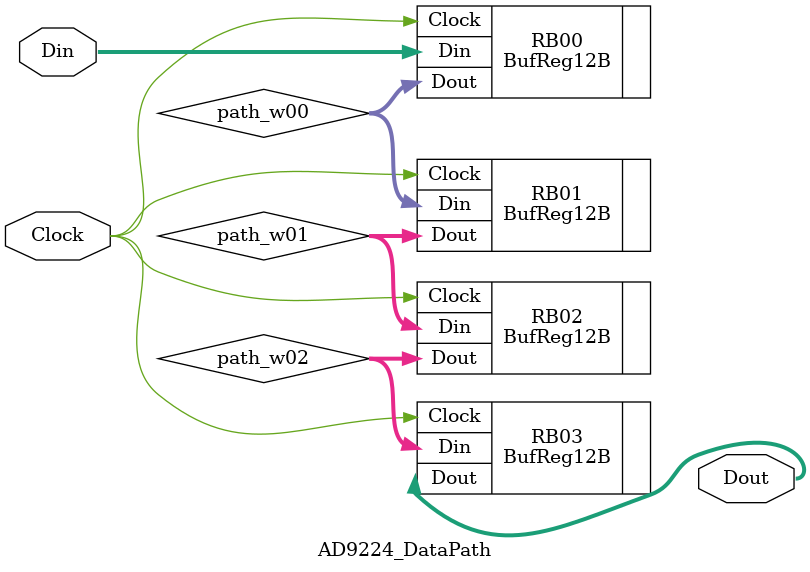
<source format=v>
`timescale	1ns/1ps

module	AD9224_DataPath(Dout, Din, Clock)	;

output	[11:0]	Dout	;
wire	[11:0]	Dout	;

input	[11:0]	Din	;
wire	[11:0]	Din	;

input	Clock	;
wire	Clock	;


wire	[11:0]	path_w00, path_w01, path_w02	;

BufReg12B	RB00(.Dout(path_w00), .Din(Din), .Clock(Clock))	;
BufReg12B	RB01(.Dout(path_w01), .Din(path_w00), .Clock(Clock))	;
BufReg12B	RB02(.Dout(path_w02), .Din(path_w01), .Clock(Clock))	;
BufReg12B	RB03(.Dout(Dout), .Din(path_w02), .Clock(Clock))	;


endmodule

</source>
